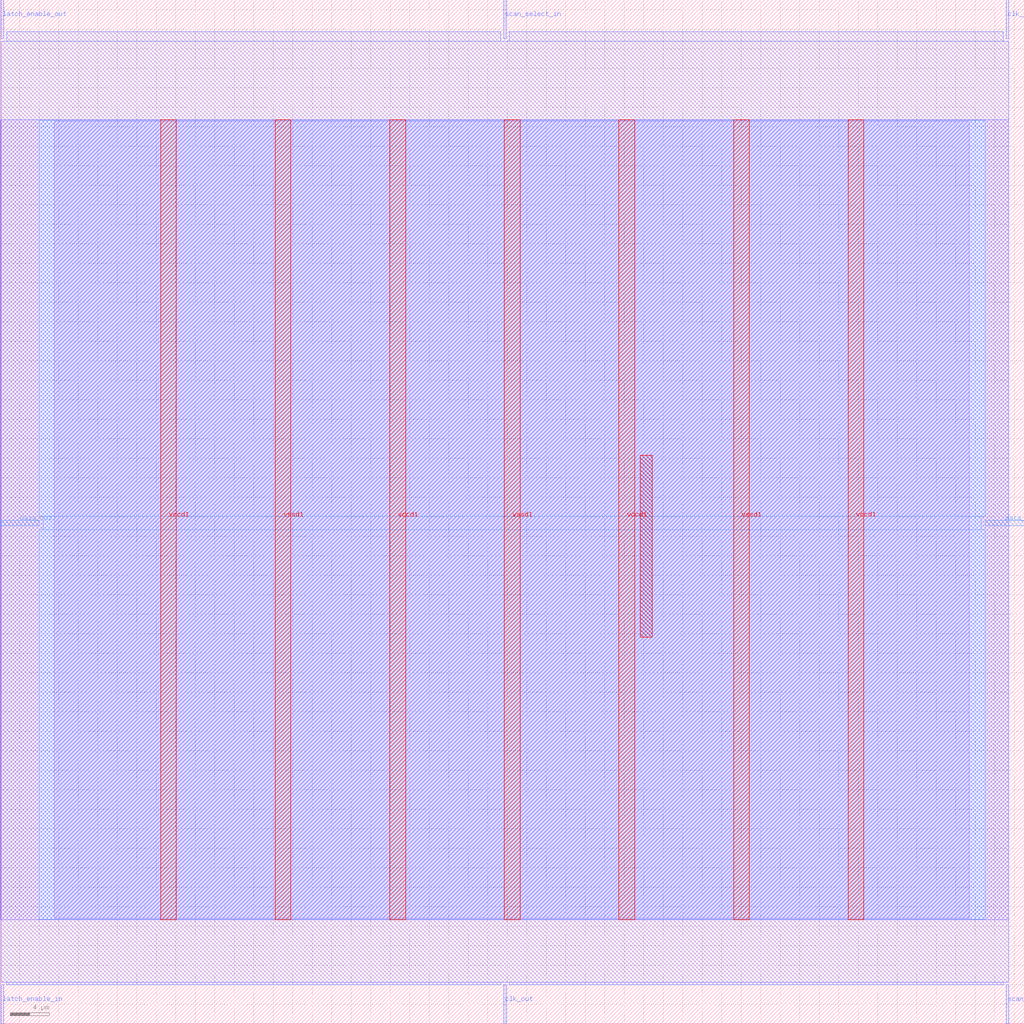
<source format=lef>
VERSION 5.7 ;
  NOWIREEXTENSIONATPIN ON ;
  DIVIDERCHAR "/" ;
  BUSBITCHARS "[]" ;
MACRO scan_wrapper_341632596577354323
  CLASS BLOCK ;
  FOREIGN scan_wrapper_341632596577354323 ;
  ORIGIN 0.000 0.000 ;
  SIZE 105.000 BY 105.000 ;
  PIN clk_in
    DIRECTION INPUT ;
    USE SIGNAL ;
    PORT
      LAYER met2 ;
        RECT 103.130 101.000 103.410 105.000 ;
    END
  END clk_in
  PIN clk_out
    DIRECTION OUTPUT TRISTATE ;
    USE SIGNAL ;
    PORT
      LAYER met2 ;
        RECT 51.610 0.000 51.890 4.000 ;
    END
  END clk_out
  PIN data_in
    DIRECTION INPUT ;
    USE SIGNAL ;
    PORT
      LAYER met3 ;
        RECT 101.000 51.040 105.000 51.640 ;
    END
  END data_in
  PIN data_out
    DIRECTION OUTPUT TRISTATE ;
    USE SIGNAL ;
    PORT
      LAYER met3 ;
        RECT 0.000 51.040 4.000 51.640 ;
    END
  END data_out
  PIN latch_enable_in
    DIRECTION INPUT ;
    USE SIGNAL ;
    PORT
      LAYER met2 ;
        RECT 0.090 0.000 0.370 4.000 ;
    END
  END latch_enable_in
  PIN latch_enable_out
    DIRECTION OUTPUT TRISTATE ;
    USE SIGNAL ;
    PORT
      LAYER met2 ;
        RECT 0.090 101.000 0.370 105.000 ;
    END
  END latch_enable_out
  PIN scan_select_in
    DIRECTION INPUT ;
    USE SIGNAL ;
    PORT
      LAYER met2 ;
        RECT 51.610 101.000 51.890 105.000 ;
    END
  END scan_select_in
  PIN scan_select_out
    DIRECTION OUTPUT TRISTATE ;
    USE SIGNAL ;
    PORT
      LAYER met2 ;
        RECT 103.130 0.000 103.410 4.000 ;
    END
  END scan_select_out
  PIN vccd1
    DIRECTION INOUT ;
    USE POWER ;
    PORT
      LAYER met4 ;
        RECT 16.465 10.640 18.065 92.720 ;
    END
    PORT
      LAYER met4 ;
        RECT 39.955 10.640 41.555 92.720 ;
    END
    PORT
      LAYER met4 ;
        RECT 63.445 10.640 65.045 92.720 ;
    END
    PORT
      LAYER met4 ;
        RECT 86.935 10.640 88.535 92.720 ;
    END
  END vccd1
  PIN vssd1
    DIRECTION INOUT ;
    USE GROUND ;
    PORT
      LAYER met4 ;
        RECT 28.210 10.640 29.810 92.720 ;
    END
    PORT
      LAYER met4 ;
        RECT 51.700 10.640 53.300 92.720 ;
    END
    PORT
      LAYER met4 ;
        RECT 75.190 10.640 76.790 92.720 ;
    END
  END vssd1
  OBS
      LAYER li1 ;
        RECT 5.520 10.795 99.360 92.565 ;
      LAYER met1 ;
        RECT 0.070 10.640 103.430 92.720 ;
      LAYER met2 ;
        RECT 0.650 100.720 51.330 101.730 ;
        RECT 52.170 100.720 102.850 101.730 ;
        RECT 0.100 4.280 103.400 100.720 ;
        RECT 0.650 4.000 51.330 4.280 ;
        RECT 52.170 4.000 102.850 4.280 ;
      LAYER met3 ;
        RECT 4.000 52.040 101.000 92.645 ;
        RECT 4.400 50.640 100.600 52.040 ;
        RECT 4.000 10.715 101.000 50.640 ;
      LAYER met4 ;
        RECT 65.615 39.615 66.865 58.305 ;
  END
END scan_wrapper_341632596577354323
END LIBRARY


</source>
